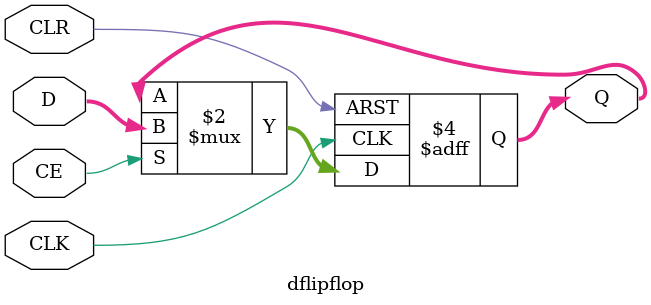
<source format=v>
`timescale 1ns / 1ps


module dflipflop(D, CE, CLR, CLK, Q);
    input [3:0] D;
    input CE, CLK, CLR;
    output reg [3:0] Q;
    
    always@(posedge CLK or posedge CLR)
    begin
        if(CLR)
            Q <= 0;
        else if (CE)
            Q <= D;
    end
endmodule

</source>
